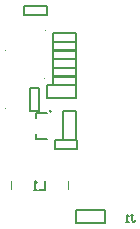
<source format=gbo>
G04*
G04 #@! TF.GenerationSoftware,Altium Limited,Altium Designer,20.1.14 (287)*
G04*
G04 Layer_Color=32896*
%FSLAX24Y24*%
%MOIN*%
G70*
G04*
G04 #@! TF.SameCoordinates,895090D0-6B7F-4F05-9124-98F443DF3968*
G04*
G04*
G04 #@! TF.FilePolarity,Positive*
G04*
G01*
G75*
%ADD17C,0.0079*%
%ADD56C,0.0039*%
%ADD57C,0.0059*%
%ADD58C,0.0050*%
D17*
X1289Y2549D02*
Y2726D01*
Y2549D02*
X1683D01*
X1289Y3238D02*
Y3415D01*
X1683D01*
X1601Y1132D02*
Y856D01*
X1417D01*
X1325D02*
X1234D01*
X1280D01*
Y1132D01*
X1325Y1086D01*
D56*
X276Y3563D02*
G03*
X276Y3563I-20J0D01*
G01*
X1632Y6161D02*
G03*
X1632Y6161I-20J0D01*
G01*
X300Y5496D02*
G03*
X300Y5496I-20J0D01*
G01*
X1603Y4567D02*
G03*
X1603Y4567I-20J0D01*
G01*
X2377Y874D02*
Y1149D01*
X487Y874D02*
Y1149D01*
D57*
X1811Y3474D02*
G03*
X1811Y3474I-30J0D01*
G01*
X4469Y29D02*
X4547D01*
X4508D01*
Y-167D01*
X4547Y-207D01*
X4587D01*
X4626Y-167D01*
X4390Y-207D02*
X4311D01*
X4350D01*
Y29D01*
X4390Y-10D01*
D58*
X2638Y167D02*
X3602D01*
Y-246D02*
Y167D01*
X2638Y-246D02*
X3602D01*
X2638D02*
Y167D01*
X1924Y2512D02*
X2681D01*
Y2217D02*
Y2512D01*
X1924Y2217D02*
X2681D01*
X1924D02*
Y2512D01*
X2628Y2530D02*
Y3494D01*
X2215Y2530D02*
Y3494D01*
X2628D01*
X2215Y2530D02*
X2628D01*
X1663Y3927D02*
X2628D01*
X1663D02*
Y4341D01*
X2628D01*
Y3927D02*
Y4341D01*
X1102Y3494D02*
Y4252D01*
X1398D01*
Y3494D02*
Y4252D01*
X1102Y3494D02*
X1398D01*
X904Y6673D02*
X1662D01*
X904D02*
Y6969D01*
X1662D01*
Y6673D02*
Y6969D01*
X1870Y4636D02*
X2628D01*
Y4341D02*
Y4636D01*
X1870Y4341D02*
X2628D01*
X1870D02*
Y4636D01*
Y4923D02*
X2628D01*
Y4628D02*
Y4923D01*
X1870Y4628D02*
X2628D01*
X1870D02*
Y4923D01*
Y4915D02*
Y5211D01*
Y4915D02*
X2628D01*
Y5211D01*
X1870D02*
X2628D01*
X1870Y5498D02*
X2628D01*
Y5203D02*
Y5498D01*
X1870Y5203D02*
X2628D01*
X1870D02*
Y5498D01*
Y5490D02*
Y5785D01*
Y5490D02*
X2628D01*
Y5785D01*
X1870D02*
X2628D01*
X1870Y6073D02*
X2628D01*
Y5778D02*
Y6073D01*
X1870Y5778D02*
X2628D01*
X1870D02*
Y6073D01*
M02*

</source>
